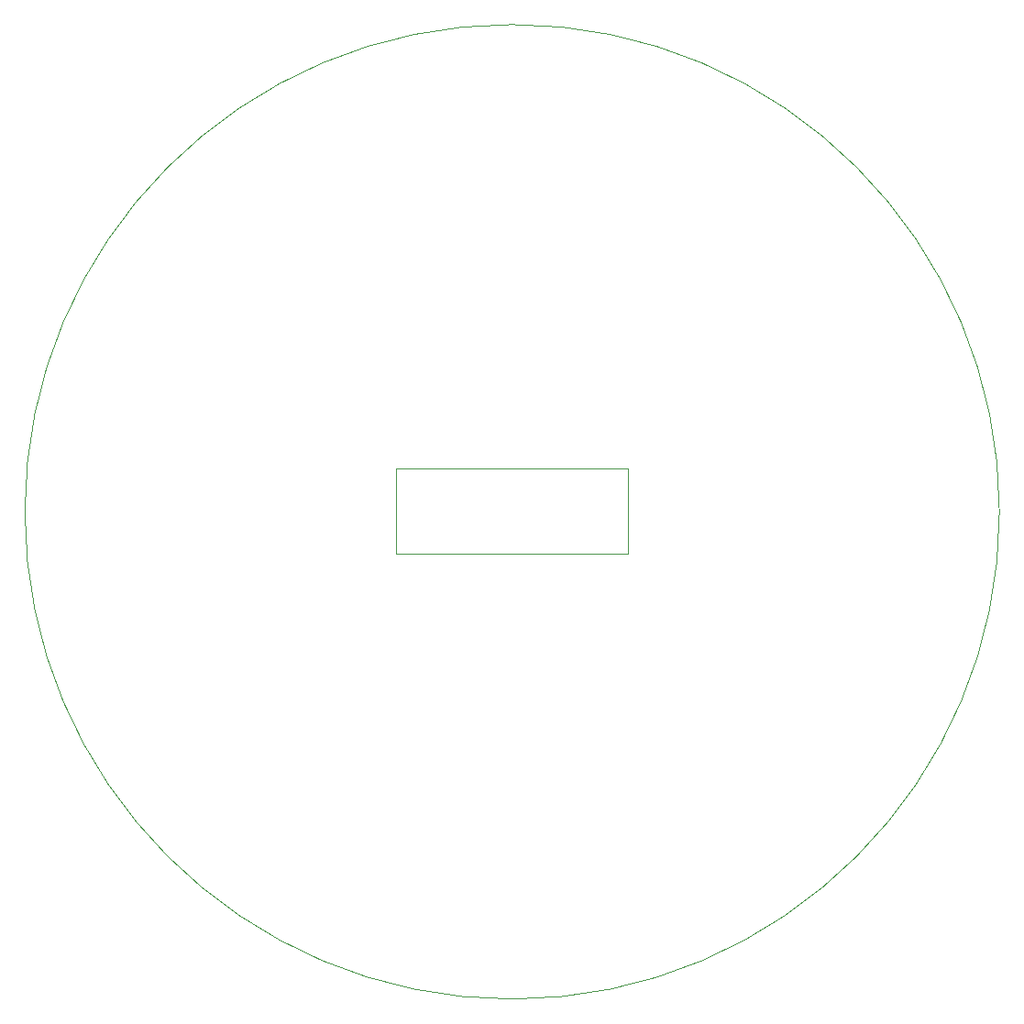
<source format=gbr>
%TF.GenerationSoftware,KiCad,Pcbnew,8.0.2*%
%TF.CreationDate,2024-09-15T21:25:23+02:00*%
%TF.ProjectId,LED_Coaster,4c45445f-436f-4617-9374-65722e6b6963,rev?*%
%TF.SameCoordinates,Original*%
%TF.FileFunction,Profile,NP*%
%FSLAX46Y46*%
G04 Gerber Fmt 4.6, Leading zero omitted, Abs format (unit mm)*
G04 Created by KiCad (PCBNEW 8.0.2) date 2024-09-15 21:25:23*
%MOMM*%
%LPD*%
G01*
G04 APERTURE LIST*
%TA.AperFunction,Profile*%
%ADD10C,0.100000*%
%TD*%
G04 APERTURE END LIST*
D10*
X195000000Y-80000000D02*
G75*
G02*
X105000000Y-80000000I-45000000J0D01*
G01*
X105000000Y-80000000D02*
G75*
G02*
X195000000Y-80000000I45000000J0D01*
G01*
X139301250Y-75961250D02*
X160732500Y-75961250D01*
X160732500Y-83898750D01*
X139301250Y-83898750D01*
X139301250Y-75961250D01*
M02*

</source>
